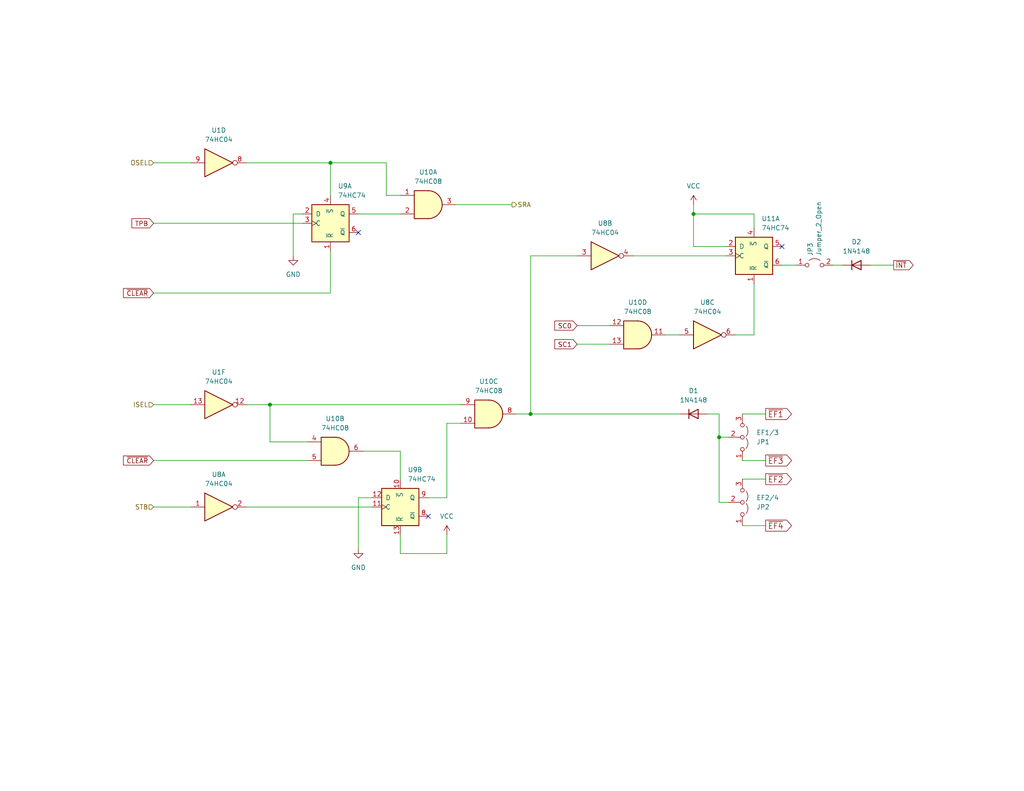
<source format=kicad_sch>
(kicad_sch (version 20211123) (generator eeschema)
  (paper "USLetter")
  (title_block (title "Service Request"))
  (lib_symbols
    (symbol "74HCxx:74HC08" (pin_names (offset 1.016))
      (property "Reference" "U" (at 0 1.27 0))
      (property "Value" "74HC08" (at 0 -1.27 0))
      (symbol "74HC08_1_1"
        (arc (start 0 -3.81) (mid 3.81 0) (end 0 3.81) (stroke (width 0.254)) (fill (type background)))
        (polyline (pts (xy 0 3.81) (xy -3.81 3.81) (xy -3.81 -3.81) (xy 0 -3.81)) (stroke (width 0.254)) (fill (type background)))
        (pin input line (at -7.62 2.54 0) (length 3.81) (name "~") (number "1"))
        (pin input line (at -7.62 -2.54 0) (length 3.81) (name "~") (number "2"))
        (pin output line (at 7.62 0 180) (length 3.81) (name "~") (number "3"))
      )
      (symbol "74HC08_1_2"
        (arc (start -3.81 -3.81) (mid -2.589 0) (end -3.81 3.81) (stroke (width 0.254)))
        (arc (start -0.6096 -3.81) (mid 2.1842 -2.5851) (end 3.81 0) (stroke (width 0.254)) (fill (type background)))
        (polyline (pts (xy -3.81 -3.81) (xy -0.635 -3.81)) (stroke (width 0.254)) (fill (type background)))
        (polyline (pts (xy -3.81 3.81) (xy -0.635 3.81)) (stroke (width 0.254)) (fill (type background)))
        (polyline (pts (xy -0.635 3.81) (xy -3.81 3.81) (xy -3.81 3.81) (xy -3.556 3.4036) (xy -3.0226 2.2606) (xy -2.6924 1.0414) (xy -2.6162 -0.254) (xy -2.7686 -1.4986) (xy -3.175 -2.7178) (xy -3.81 -3.81) (xy -3.81 -3.81) (xy -0.635 -3.81)) (stroke (width -25.4)) (fill (type background)))
        (arc (start 3.81 0) (mid 2.1915 2.5936) (end -0.6096 3.81) (stroke (width 0.254)) (fill (type background)))
        (pin input inverted (at -7.62 2.54 0) (length 4.318) (name "~") (number "1"))
        (pin input inverted (at -7.62 -2.54 0) (length 4.318) (name "~") (number "2"))
        (pin output inverted (at 7.62 0 180) (length 3.81) (name "~") (number "3"))
      )
      (symbol "74HC08_2_1"
        (arc (start 0 -3.81) (mid 3.81 0) (end 0 3.81) (stroke (width 0.254)) (fill (type background)))
        (polyline (pts (xy 0 3.81) (xy -3.81 3.81) (xy -3.81 -3.81) (xy 0 -3.81)) (stroke (width 0.254)) (fill (type background)))
        (pin input line (at -7.62 2.54 0) (length 3.81) (name "~") (number "4"))
        (pin input line (at -7.62 -2.54 0) (length 3.81) (name "~") (number "5"))
        (pin output line (at 7.62 0 180) (length 3.81) (name "~") (number "6"))
      )
      (symbol "74HC08_2_2"
        (arc (start -3.81 -3.81) (mid -2.589 0) (end -3.81 3.81) (stroke (width 0.254)))
        (arc (start -0.6096 -3.81) (mid 2.1842 -2.5851) (end 3.81 0) (stroke (width 0.254)) (fill (type background)))
        (polyline (pts (xy -3.81 -3.81) (xy -0.635 -3.81)) (stroke (width 0.254)) (fill (type background)))
        (polyline (pts (xy -3.81 3.81) (xy -0.635 3.81)) (stroke (width 0.254)) (fill (type background)))
        (polyline (pts (xy -0.635 3.81) (xy -3.81 3.81) (xy -3.81 3.81) (xy -3.556 3.4036) (xy -3.0226 2.2606) (xy -2.6924 1.0414) (xy -2.6162 -0.254) (xy -2.7686 -1.4986) (xy -3.175 -2.7178) (xy -3.81 -3.81) (xy -3.81 -3.81) (xy -0.635 -3.81)) (stroke (width -25.4)) (fill (type background)))
        (arc (start 3.81 0) (mid 2.1915 2.5936) (end -0.6096 3.81) (stroke (width 0.254)) (fill (type background)))
        (pin input inverted (at -7.62 2.54 0) (length 4.318) (name "~") (number "4"))
        (pin input inverted (at -7.62 -2.54 0) (length 4.318) (name "~") (number "5"))
        (pin output inverted (at 7.62 0 180) (length 3.81) (name "~") (number "6"))
      )
      (symbol "74HC08_3_1"
        (arc (start 0 -3.81) (mid 3.81 0) (end 0 3.81) (stroke (width 0.254)) (fill (type background)))
        (polyline (pts (xy 0 3.81) (xy -3.81 3.81) (xy -3.81 -3.81) (xy 0 -3.81)) (stroke (width 0.254)) (fill (type background)))
        (pin input line (at -7.62 -2.54 0) (length 3.81) (name "~") (number "10"))
        (pin output line (at 7.62 0 180) (length 3.81) (name "~") (number "8"))
        (pin input line (at -7.62 2.54 0) (length 3.81) (name "~") (number "9"))
      )
      (symbol "74HC08_3_2"
        (arc (start -3.81 -3.81) (mid -2.589 0) (end -3.81 3.81) (stroke (width 0.254)))
        (arc (start -0.6096 -3.81) (mid 2.1842 -2.5851) (end 3.81 0) (stroke (width 0.254)) (fill (type background)))
        (polyline (pts (xy -3.81 -3.81) (xy -0.635 -3.81)) (stroke (width 0.254)) (fill (type background)))
        (polyline (pts (xy -3.81 3.81) (xy -0.635 3.81)) (stroke (width 0.254)) (fill (type background)))
        (polyline (pts (xy -0.635 3.81) (xy -3.81 3.81) (xy -3.81 3.81) (xy -3.556 3.4036) (xy -3.0226 2.2606) (xy -2.6924 1.0414) (xy -2.6162 -0.254) (xy -2.7686 -1.4986) (xy -3.175 -2.7178) (xy -3.81 -3.81) (xy -3.81 -3.81) (xy -0.635 -3.81)) (stroke (width -25.4)) (fill (type background)))
        (arc (start 3.81 0) (mid 2.1915 2.5936) (end -0.6096 3.81) (stroke (width 0.254)) (fill (type background)))
        (pin input inverted (at -7.62 -2.54 0) (length 4.318) (name "~") (number "10"))
        (pin output inverted (at 7.62 0 180) (length 3.81) (name "~") (number "8"))
        (pin input inverted (at -7.62 2.54 0) (length 4.318) (name "~") (number "9"))
      )
      (symbol "74HC08_4_1"
        (arc (start 0 -3.81) (mid 3.81 0) (end 0 3.81) (stroke (width 0.254)) (fill (type background)))
        (polyline (pts (xy 0 3.81) (xy -3.81 3.81) (xy -3.81 -3.81) (xy 0 -3.81)) (stroke (width 0.254)) (fill (type background)))
        (pin output line (at 7.62 0 180) (length 3.81) (name "~") (number "11"))
        (pin input line (at -7.62 2.54 0) (length 3.81) (name "~") (number "12"))
        (pin input line (at -7.62 -2.54 0) (length 3.81) (name "~") (number "13"))
      )
      (symbol "74HC08_4_2"
        (arc (start -3.81 -3.81) (mid -2.589 0) (end -3.81 3.81) (stroke (width 0.254)))
        (arc (start -0.6096 -3.81) (mid 2.1842 -2.5851) (end 3.81 0) (stroke (width 0.254)) (fill (type background)))
        (polyline (pts (xy -3.81 -3.81) (xy -0.635 -3.81)) (stroke (width 0.254)) (fill (type background)))
        (polyline (pts (xy -3.81 3.81) (xy -0.635 3.81)) (stroke (width 0.254)) (fill (type background)))
        (polyline (pts (xy -0.635 3.81) (xy -3.81 3.81) (xy -3.81 3.81) (xy -3.556 3.4036) (xy -3.0226 2.2606) (xy -2.6924 1.0414) (xy -2.6162 -0.254) (xy -2.7686 -1.4986) (xy -3.175 -2.7178) (xy -3.81 -3.81) (xy -3.81 -3.81) (xy -0.635 -3.81)) (stroke (width -25.4)) (fill (type background)))
        (arc (start 3.81 0) (mid 2.1915 2.5936) (end -0.6096 3.81) (stroke (width 0.254)) (fill (type background)))
        (pin output inverted (at 7.62 0 180) (length 3.81) (name "~") (number "11"))
        (pin input inverted (at -7.62 2.54 0) (length 4.318) (name "~") (number "12"))
        (pin input inverted (at -7.62 -2.54 0) (length 4.318) (name "~") (number "13"))
      )
      (symbol "74HC08_5_0"
        (pin power_in line (at 0 12.7 270) (length 5.08) (name "VCC") (number "14"))
        (pin power_in line (at 0 -12.7 90) (length 5.08) (name "GND") (number "7"))
      )
      (symbol "74HC08_5_1"
        (rectangle (start -5.08 7.62) (end 5.08 -7.62) (stroke (width 0.254)) (fill (type background)))
      )
    )
    (symbol "74xx:74HC04"
      (property "Reference" "U" (at 0 1.27 0))
      (property "Value" "74HC04" (at 0 -1.27 0))
      (symbol "74HC04_1_0"
        (polyline (pts (xy -3.81 3.81) (xy -3.81 -3.81) (xy 3.81 0) (xy -3.81 3.81)) (stroke (width 0.254)) (fill (type background)))
        (pin input line (at -7.62 0 0) (length 3.81) (name "~") (number "1"))
        (pin output inverted (at 7.62 0 180) (length 3.81) (name "~") (number "2"))
      )
      (symbol "74HC04_2_0"
        (polyline (pts (xy -3.81 3.81) (xy -3.81 -3.81) (xy 3.81 0) (xy -3.81 3.81)) (stroke (width 0.254)) (fill (type background)))
        (pin input line (at -7.62 0 0) (length 3.81) (name "~") (number "3"))
        (pin output inverted (at 7.62 0 180) (length 3.81) (name "~") (number "4"))
      )
      (symbol "74HC04_3_0"
        (polyline (pts (xy -3.81 3.81) (xy -3.81 -3.81) (xy 3.81 0) (xy -3.81 3.81)) (stroke (width 0.254)) (fill (type background)))
        (pin input line (at -7.62 0 0) (length 3.81) (name "~") (number "5"))
        (pin output inverted (at 7.62 0 180) (length 3.81) (name "~") (number "6"))
      )
      (symbol "74HC04_4_0"
        (polyline (pts (xy -3.81 3.81) (xy -3.81 -3.81) (xy 3.81 0) (xy -3.81 3.81)) (stroke (width 0.254)) (fill (type background)))
        (pin output inverted (at 7.62 0 180) (length 3.81) (name "~") (number "8"))
        (pin input line (at -7.62 0 0) (length 3.81) (name "~") (number "9"))
      )
      (symbol "74HC04_5_0"
        (polyline (pts (xy -3.81 3.81) (xy -3.81 -3.81) (xy 3.81 0) (xy -3.81 3.81)) (stroke (width 0.254)) (fill (type background)))
        (pin output inverted (at 7.62 0 180) (length 3.81) (name "~") (number "10"))
        (pin input line (at -7.62 0 0) (length 3.81) (name "~") (number "11"))
      )
      (symbol "74HC04_6_0"
        (polyline (pts (xy -3.81 3.81) (xy -3.81 -3.81) (xy 3.81 0) (xy -3.81 3.81)) (stroke (width 0.254)) (fill (type background)))
        (pin output inverted (at 7.62 0 180) (length 3.81) (name "~") (number "12"))
        (pin input line (at -7.62 0 0) (length 3.81) (name "~") (number "13"))
      )
      (symbol "74HC04_7_0"
        (pin power_in line (at 0 12.7 270) (length 5.08) (name "VCC") (number "14"))
        (pin power_in line (at 0 -12.7 90) (length 5.08) (name "GND") (number "7"))
      )
      (symbol "74HC04_7_1"
        (rectangle (start -5.08 7.62) (end 5.08 -7.62) (stroke (width 0.254)) (fill (type background)))
      )
    )
    (symbol "74xx:74HC74" (pin_names (offset 1.016))
      (property "Reference" "U" (at -7.62 8.89 0))
      (property "Value" "74HC74" (at -7.62 -8.89 0))
      (symbol "74HC74_1_0"
        (pin input line (at 0 -7.62 90) (length 2.54) (name "~{R}") (number "1"))
        (pin input line (at -7.62 2.54 0) (length 2.54) (name "D") (number "2"))
        (pin input clock (at -7.62 0 0) (length 2.54) (name "C") (number "3"))
        (pin input line (at 0 7.62 270) (length 2.54) (name "~{S}") (number "4"))
        (pin output line (at 7.62 2.54 180) (length 2.54) (name "Q") (number "5"))
        (pin output line (at 7.62 -2.54 180) (length 2.54) (name "~{Q}") (number "6"))
      )
      (symbol "74HC74_1_1"
        (rectangle (start -5.08 5.08) (end 5.08 -5.08) (stroke (width 0.254)) (fill (type background)))
      )
      (symbol "74HC74_2_0"
        (pin input line (at 0 7.62 270) (length 2.54) (name "~{S}") (number "10"))
        (pin input clock (at -7.62 0 0) (length 2.54) (name "C") (number "11"))
        (pin input line (at -7.62 2.54 0) (length 2.54) (name "D") (number "12"))
        (pin input line (at 0 -7.62 90) (length 2.54) (name "~{R}") (number "13"))
        (pin output line (at 7.62 -2.54 180) (length 2.54) (name "~{Q}") (number "8"))
        (pin output line (at 7.62 2.54 180) (length 2.54) (name "Q") (number "9"))
      )
      (symbol "74HC74_2_1"
        (rectangle (start -5.08 5.08) (end 5.08 -5.08) (stroke (width 0.254)) (fill (type background)))
      )
      (symbol "74HC74_3_0"
        (pin power_in line (at 0 10.16 270) (length 2.54) (name "VCC") (number "14"))
        (pin power_in line (at 0 -10.16 90) (length 2.54) (name "GND") (number "7"))
      )
      (symbol "74HC74_3_1"
        (rectangle (start -5.08 7.62) (end 5.08 -7.62) (stroke (width 0.254)) (fill (type background)))
      )
    )
    (symbol "Diode:1N4148" (pin_numbers hide) (pin_names (offset 1.016) hide)
      (property "Reference" "D" (at 0 2.54 0))
      (property "Value" "1N4148" (at 0 -2.54 0))
      (symbol "1N4148_0_1"
        (polyline (pts (xy -1.27 1.27) (xy -1.27 -1.27)) (stroke (width 0.254)))
        (polyline (pts (xy 1.27 0) (xy -1.27 0)))
        (polyline (pts (xy 1.27 1.27) (xy 1.27 -1.27) (xy -1.27 0) (xy 1.27 1.27)) (stroke (width 0.254)))
      )
      (symbol "1N4148_1_1"
        (pin passive line (at -3.81 0 0) (length 2.54) (name "K") (number "1"))
        (pin passive line (at 3.81 0 180) (length 2.54) (name "A") (number "2"))
      )
    )
    (symbol "Jumper:Jumper_2_Open" (pin_names (offset 0) hide)
      (property "Reference" "JP" (at 0 2.794 0))
      (property "Value" "Jumper_2_Open" (at 0 -2.286 0))
      (symbol "Jumper_2_Open_0_0"
        (circle (center -2.032 0) (radius 0.508))
        (circle (center 2.032 0) (radius 0.508))
      )
      (symbol "Jumper_2_Open_0_1"
        (arc (start 1.524 1.27) (mid 0 1.778) (end -1.524 1.27))
      )
      (symbol "Jumper_2_Open_1_1"
        (pin passive line (at -5.08 0 0) (length 2.54) (name "A") (number "1"))
        (pin passive line (at 5.08 0 180) (length 2.54) (name "B") (number "2"))
      )
    )
    (symbol "Jumper:Jumper_3_Open" (pin_names (offset 0) hide)
      (property "Reference" "JP" (at -2.54 -2.54 0))
      (property "Value" "Jumper_3_Open" (at 0 2.794 0))
      (symbol "Jumper_3_Open_0_0"
        (circle (center -3.302 0) (radius 0.508))
        (circle (center 0 0) (radius 0.508))
        (circle (center 3.302 0) (radius 0.508))
      )
      (symbol "Jumper_3_Open_0_1"
        (arc (start -0.254 1.016) (mid -1.651 1.4992) (end -3.048 1.016))
        (polyline (pts (xy 0 -0.508) (xy 0 -1.27)))
        (arc (start 3.048 1.016) (mid 1.651 1.4992) (end 0.254 1.016))
      )
      (symbol "Jumper_3_Open_1_1"
        (pin passive line (at -6.35 0 0) (length 2.54) (name "A") (number "1"))
        (pin passive line (at 0 -3.81 90) (length 2.54) (name "C") (number "2"))
        (pin passive line (at 6.35 0 180) (length 2.54) (name "B") (number "3"))
      )
    )
    (symbol "power:GND" (power) (pin_names (offset 0))
      (property "Value" "GND" (at 0 -3.81 0))
      (symbol "GND_0_1"
        (polyline (pts (xy 0 0) (xy 0 -1.27) (xy 1.27 -1.27) (xy 0 -2.54) (xy -1.27 -1.27) (xy 0 -1.27)))
      )
      (symbol "GND_1_1"
        (pin power_in line (at 0 0 270) (length 0) hide (name "GND") (number "1"))
      )
    )
    (symbol "power:VCC" (power) (pin_names (offset 0))
      (property "Value" "VCC" (at 0 3.81 0))
      (symbol "VCC_0_1"
        (polyline (pts (xy -0.762 1.27) (xy 0 2.54)))
        (polyline (pts (xy 0 0) (xy 0 2.54)))
        (polyline (pts (xy 0 2.54) (xy 0.762 1.27)))
      )
      (symbol "VCC_1_1"
        (pin power_in line (at 0 0 90) (length 0) hide (name "VCC") (number "1"))
      )
    )
  )
  (junction (at 196.215 119.38))
  (junction (at 189.23 58.42))
  (junction (at 144.78 113.03))
  (junction (at 90.17 44.45))
  (junction (at 73.66 110.49))
  (no_connect (at 116.84 140.97))
  (no_connect (at 213.36 67.31))
  (no_connect (at 97.79 63.5))
  (wire (pts (xy 105.41 53.34) (xy 109.22 53.34)))
  (wire (pts (xy 97.79 149.86) (xy 97.79 135.89)))
  (wire (pts (xy 41.91 110.49) (xy 52.07 110.49)))
  (wire (pts (xy 73.66 110.49) (xy 73.66 120.65)))
  (wire (pts (xy 41.91 60.96) (xy 82.55 60.96)))
  (wire (pts (xy 140.97 113.03) (xy 144.78 113.03)))
  (wire (pts (xy 202.565 143.51) (xy 208.915 143.51)))
  (wire (pts (xy 172.72 69.85) (xy 198.12 69.85)))
  (wire (pts (xy 196.215 137.16) (xy 198.755 137.16)))
  (wire (pts (xy 109.22 123.19) (xy 109.22 130.81)))
  (wire (pts (xy 67.31 44.45) (xy 90.17 44.45)))
  (wire (pts (xy 181.61 91.44) (xy 185.42 91.44)))
  (wire (pts (xy 121.92 146.05) (xy 121.92 151.13)))
  (wire (pts (xy 196.215 119.38) (xy 196.215 137.16)))
  (wire (pts (xy 99.06 123.19) (xy 109.22 123.19)))
  (wire (pts (xy 202.565 113.03) (xy 208.915 113.03)))
  (wire (pts (xy 193.04 113.03) (xy 196.215 113.03)))
  (wire (pts (xy 41.91 138.43) (xy 52.07 138.43)))
  (wire (pts (xy 97.79 135.89) (xy 101.6 135.89)))
  (wire (pts (xy 109.22 151.13) (xy 121.92 151.13)))
  (wire (pts (xy 97.79 58.42) (xy 109.22 58.42)))
  (wire (pts (xy 196.215 113.03) (xy 196.215 119.38)))
  (wire (pts (xy 189.23 58.42) (xy 189.23 67.31)))
  (wire (pts (xy 90.17 44.45) (xy 105.41 44.45)))
  (wire (pts (xy 67.31 110.49) (xy 73.66 110.49)))
  (wire (pts (xy 90.17 44.45) (xy 90.17 53.34)))
  (wire (pts (xy 227.33 72.39) (xy 229.87 72.39)))
  (wire (pts (xy 200.66 91.44) (xy 205.74 91.44)))
  (wire (pts (xy 41.91 125.73) (xy 83.82 125.73)))
  (wire (pts (xy 157.48 88.9) (xy 166.37 88.9)))
  (wire (pts (xy 205.74 91.44) (xy 205.74 77.47)))
  (wire (pts (xy 121.92 115.57) (xy 125.73 115.57)))
  (wire (pts (xy 202.565 125.73) (xy 208.915 125.73)))
  (wire (pts (xy 105.41 44.45) (xy 105.41 53.34)))
  (wire (pts (xy 213.36 72.39) (xy 217.17 72.39)))
  (wire (pts (xy 144.78 113.03) (xy 185.42 113.03)))
  (wire (pts (xy 124.46 55.88) (xy 139.7 55.88)))
  (wire (pts (xy 144.78 69.85) (xy 157.48 69.85)))
  (wire (pts (xy 202.565 130.81) (xy 208.915 130.81)))
  (wire (pts (xy 41.91 44.45) (xy 52.07 44.45)))
  (wire (pts (xy 157.48 93.98) (xy 166.37 93.98)))
  (wire (pts (xy 73.66 110.49) (xy 125.73 110.49)))
  (wire (pts (xy 121.92 135.89) (xy 121.92 115.57)))
  (wire (pts (xy 189.23 67.31) (xy 198.12 67.31)))
  (wire (pts (xy 109.22 146.05) (xy 109.22 151.13)))
  (wire (pts (xy 205.74 58.42) (xy 205.74 62.23)))
  (wire (pts (xy 82.55 58.42) (xy 80.01 58.42)))
  (wire (pts (xy 144.78 113.03) (xy 144.78 69.85)))
  (wire (pts (xy 189.23 55.88) (xy 189.23 58.42)))
  (wire (pts (xy 189.23 58.42) (xy 205.74 58.42)))
  (wire (pts (xy 237.49 72.39) (xy 243.84 72.39)))
  (wire (pts (xy 90.17 68.58) (xy 90.17 80.01)))
  (wire (pts (xy 116.84 135.89) (xy 121.92 135.89)))
  (wire (pts (xy 41.91 80.01) (xy 90.17 80.01)))
  (wire (pts (xy 80.01 58.42) (xy 80.01 69.85)))
  (wire (pts (xy 198.755 119.38) (xy 196.215 119.38)))
  (wire (pts (xy 67.31 138.43) (xy 101.6 138.43)))
  (wire (pts (xy 73.66 120.65) (xy 83.82 120.65)))
  (global_label "~{INT}" (shape output) (at 243.84 72.39 0) (property "Intersheet References" "${INTERSHEET_REFS}" (effects hide)))
  (global_label "~{EF1}" (shape output) (at 208.915 113.03 0) (effects (font (size 1.524 1.524))) (property "Intersheet References" "${INTERSHEET_REFS}" (effects hide)))
  (global_label "SC0" (shape input) (at 157.48 88.9 180) (property "Intersheet References" "${INTERSHEET_REFS}" (effects hide)))
  (global_label "~{CLEAR}" (shape input) (at 41.91 125.73 180) (property "Intersheet References" "${INTERSHEET_REFS}" (effects hide)))
  (global_label "~{EF4}" (shape output) (at 208.915 143.51 0) (effects (font (size 1.524 1.524))) (property "Intersheet References" "${INTERSHEET_REFS}" (effects hide)))
  (global_label "TPB" (shape input) (at 41.91 60.96 180) (property "Intersheet References" "${INTERSHEET_REFS}" (effects hide)))
  (global_label "~{CLEAR}" (shape input) (at 41.91 80.01 180) (property "Intersheet References" "${INTERSHEET_REFS}" (effects hide)))
  (global_label "~{EF3}" (shape output) (at 208.915 125.73 0) (effects (font (size 1.524 1.524))) (property "Intersheet References" "${INTERSHEET_REFS}" (effects hide)))
  (global_label "SC1" (shape input) (at 157.48 93.98 180) (property "Intersheet References" "${INTERSHEET_REFS}" (effects hide)))
  (global_label "~{EF2}" (shape output) (at 208.915 130.81 0) (effects (font (size 1.524 1.524))) (property "Intersheet References" "${INTERSHEET_REFS}" (effects hide)))
  (hierarchical_label "ISEL" (shape input) (at 41.91 110.49 180))
  (hierarchical_label "OSEL" (shape input) (at 41.91 44.45 180))
  (hierarchical_label "SRA" (shape output) (at 139.7 55.88 0))
  (hierarchical_label "STB" (shape input) (at 41.91 138.43 180))
  (symbol (lib_id "74xx:74HC04") (at 59.69 44.45 0) (unit 4)
    (property "Reference" "U1" (at 59.69 35.56 0))
    (property "Value" "74HC04" (at 59.69 38.1 0))
    (property "Footprint" "Package_DIP:DIP-14_W7.62mm_Socket" (effects hide))
    (property "Datasheet" "https://assets.nexperia.com/documents/data-sheet/74HC_HCT04.pdf" (effects hide))
  )
  (symbol (lib_id "74HCxx:74HC08") (at 173.99 91.44 0) (unit 4)
    (property "Reference" "U10" (at 173.99 82.55 0))
    (property "Value" "74HC08" (at 173.99 85.09 0))
    (property "Footprint" "Package_DIP:DIP-14_W7.62mm_Socket" (effects hide))
    (property "Datasheet" "http://www.ti.com/lit/gpn/sn74LS08" (effects hide))
  )
  (symbol (lib_id "Diode:1N4148") (at 233.68 72.39 0) (unit 1)
    (property "Reference" "D2" (at 233.68 66.04 0))
    (property "Value" "1N4148" (at 233.68 68.58 0))
    (property "Footprint" "Diode_THT:D_DO-35_SOD27_P7.62mm_Horizontal" (effects hide))
    (property "Datasheet" "https://assets.nexperia.com/documents/data-sheet/1N4148_1N4448.pdf" (effects hide))
  )
  (symbol (lib_id "Jumper:Jumper_2_Open") (at 222.25 72.39 0) (unit 1)
    (property "Reference" "JP3" (at 221.0816 69.9008 90) (effects (justify left)))
    (property "Value" "Jumper_2_Open" (at 223.393 69.9008 90) (effects (justify left)))
    (property "Footprint" "Connector_PinHeader_2.54mm:PinHeader_1x02_P2.54mm_Vertical" (effects hide))
  )
  (symbol (lib_id "74xx:74HC04") (at 193.04 91.44 0) (unit 3)
    (property "Reference" "U8" (at 193.04 82.55 0))
    (property "Value" "74HC04" (at 193.04 85.09 0))
    (property "Footprint" "Package_DIP:DIP-14_W7.62mm_Socket" (effects hide))
    (property "Datasheet" "https://assets.nexperia.com/documents/data-sheet/74HC_HCT04.pdf" (effects hide))
  )
  (symbol (lib_id "power:GND") (at 80.01 69.85 0) (unit 1)
    (property "Reference" "#PWR013" (effects hide))
    (property "Value" "GND" (at 80.01 74.93 0))
  )
  (symbol (lib_id "74xx:74HC74") (at 205.74 69.85 0) (unit 1)
    (property "Reference" "U11" (at 207.7594 59.69 0) (effects (justify left)))
    (property "Value" "74HC74" (at 207.7594 62.23 0) (effects (justify left)))
    (property "Footprint" "Package_DIP:DIP-14_W7.62mm_Socket" (effects hide))
    (property "Datasheet" "74xx/74hc_hct74.pdf" (effects hide))
  )
  (symbol (lib_id "74HCxx:74HC08") (at 133.35 113.03 0) (unit 3)
    (property "Reference" "U10" (at 133.35 104.14 0))
    (property "Value" "74HC08" (at 133.35 106.68 0))
    (property "Footprint" "Package_DIP:DIP-14_W7.62mm_Socket" (effects hide))
    (property "Datasheet" "http://www.ti.com/lit/gpn/sn74LS08" (effects hide))
  )
  (symbol (lib_id "Jumper:Jumper_3_Open") (at 202.565 119.38 270) (mirror x) (unit 1)
    (property "Reference" "JP1" (at 206.375 120.65 90) (effects (justify left)))
    (property "Value" "EF1/3" (at 206.375 118.11 90) (effects (justify left)))
    (property "Footprint" "Connector_PinHeader_2.54mm:PinHeader_1x03_P2.54mm_Vertical" (effects hide))
  )
  (symbol (lib_id "74xx:74HC04") (at 165.1 69.85 0) (unit 2)
    (property "Reference" "U8" (at 165.1 60.96 0))
    (property "Value" "74HC04" (at 165.1 63.5 0))
    (property "Footprint" "Package_DIP:DIP-14_W7.62mm_Socket" (effects hide))
    (property "Datasheet" "https://assets.nexperia.com/documents/data-sheet/74HC_HCT04.pdf" (effects hide))
  )
  (symbol (lib_id "74xx:74HC04") (at 59.69 138.43 0) (unit 1)
    (property "Reference" "U8" (at 59.69 129.54 0))
    (property "Value" "74HC04" (at 59.69 132.08 0))
    (property "Footprint" "Package_DIP:DIP-14_W7.62mm_Socket" (effects hide))
    (property "Datasheet" "https://assets.nexperia.com/documents/data-sheet/74HC_HCT04.pdf" (effects hide))
  )
  (symbol (lib_id "Jumper:Jumper_3_Open") (at 202.565 137.16 270) (mirror x) (unit 1)
    (property "Reference" "JP2" (at 206.375 138.43 90) (effects (justify left)))
    (property "Value" "EF2/4" (at 206.375 135.89 90) (effects (justify left)))
    (property "Footprint" "Connector_PinHeader_2.54mm:PinHeader_1x03_P2.54mm_Vertical" (effects hide))
  )
  (symbol (lib_id "power:VCC") (at 189.23 55.88 0) (unit 1)
    (property "Reference" "#PWR016" (effects hide))
    (property "Value" "VCC" (at 189.23 50.8 0))
  )
  (symbol (lib_id "Diode:1N4148") (at 189.23 113.03 0) (unit 1)
    (property "Reference" "D1" (at 189.23 106.68 0))
    (property "Value" "1N4148" (at 189.23 109.22 0))
    (property "Footprint" "Diode_THT:D_DO-35_SOD27_P7.62mm_Horizontal" (effects hide))
    (property "Datasheet" "https://assets.nexperia.com/documents/data-sheet/1N4148_1N4448.pdf" (effects hide))
  )
  (symbol (lib_id "74xx:74HC04") (at 59.69 110.49 0) (unit 6)
    (property "Reference" "U1" (at 59.69 101.6 0))
    (property "Value" "74HC04" (at 59.69 104.14 0))
    (property "Footprint" "Package_DIP:DIP-14_W7.62mm_Socket" (effects hide))
    (property "Datasheet" "https://assets.nexperia.com/documents/data-sheet/74HC_HCT04.pdf" (effects hide))
  )
  (symbol (lib_id "74xx:74HC74") (at 109.22 138.43 0) (unit 2)
    (property "Reference" "U9" (at 111.2394 128.27 0) (effects (justify left)))
    (property "Value" "74HC74" (at 111.2394 130.81 0) (effects (justify left)))
    (property "Footprint" "Package_DIP:DIP-14_W7.62mm_Socket" (effects hide))
    (property "Datasheet" "74xx/74hc_hct74.pdf" (effects hide))
  )
  (symbol (lib_id "74HCxx:74HC08") (at 116.84 55.88 0) (unit 1)
    (property "Reference" "U10" (at 116.84 46.99 0))
    (property "Value" "74HC08" (at 116.84 49.53 0))
    (property "Footprint" "Package_DIP:DIP-14_W7.62mm_Socket" (effects hide))
    (property "Datasheet" "http://www.ti.com/lit/gpn/sn74LS08" (effects hide))
  )
  (symbol (lib_id "power:GND") (at 97.79 149.86 0) (unit 1)
    (property "Reference" "#PWR014" (effects hide))
    (property "Value" "GND" (at 97.79 154.94 0))
  )
  (symbol (lib_id "74HCxx:74HC08") (at 91.44 123.19 0) (unit 2)
    (property "Reference" "U10" (at 91.44 114.3 0))
    (property "Value" "74HC08" (at 91.44 116.84 0))
    (property "Footprint" "Package_DIP:DIP-14_W7.62mm_Socket" (effects hide))
    (property "Datasheet" "http://www.ti.com/lit/gpn/sn74LS08" (effects hide))
  )
  (symbol (lib_id "74xx:74HC74") (at 90.17 60.96 0) (unit 1)
    (property "Reference" "U9" (at 92.1894 50.8 0) (effects (justify left)))
    (property "Value" "74HC74" (at 92.1894 53.34 0) (effects (justify left)))
    (property "Footprint" "Package_DIP:DIP-14_W7.62mm_Socket" (effects hide))
    (property "Datasheet" "74xx/74hc_hct74.pdf" (effects hide))
  )
  (symbol (lib_id "power:VCC") (at 121.92 146.05 0) (unit 1)
    (property "Reference" "#PWR015" (effects hide))
    (property "Value" "VCC" (at 121.92 140.97 0))
  )
)
</source>
